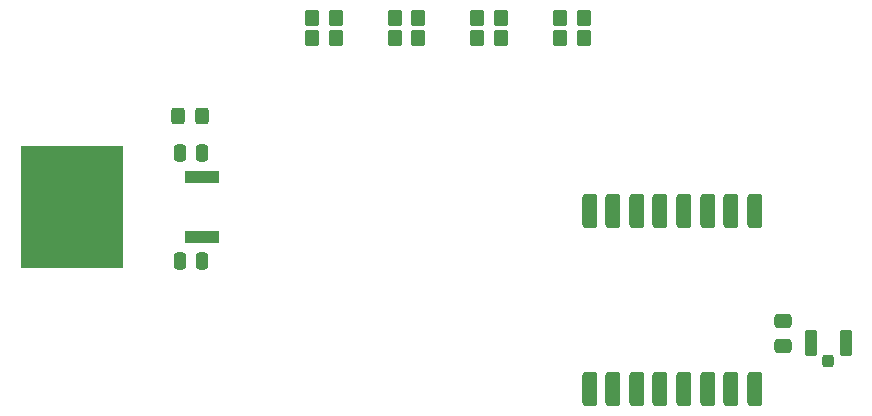
<source format=gbr>
%TF.GenerationSoftware,KiCad,Pcbnew,8.0.4*%
%TF.CreationDate,2024-11-10T13:12:41-08:00*%
%TF.ProjectId,v0.5,76302e35-2e6b-4696-9361-645f70636258,rev?*%
%TF.SameCoordinates,Original*%
%TF.FileFunction,Paste,Bot*%
%TF.FilePolarity,Positive*%
%FSLAX46Y46*%
G04 Gerber Fmt 4.6, Leading zero omitted, Abs format (unit mm)*
G04 Created by KiCad (PCBNEW 8.0.4) date 2024-11-10 13:12:41*
%MOMM*%
%LPD*%
G01*
G04 APERTURE LIST*
G04 Aperture macros list*
%AMRoundRect*
0 Rectangle with rounded corners*
0 $1 Rounding radius*
0 $2 $3 $4 $5 $6 $7 $8 $9 X,Y pos of 4 corners*
0 Add a 4 corners polygon primitive as box body*
4,1,4,$2,$3,$4,$5,$6,$7,$8,$9,$2,$3,0*
0 Add four circle primitives for the rounded corners*
1,1,$1+$1,$2,$3*
1,1,$1+$1,$4,$5*
1,1,$1+$1,$6,$7*
1,1,$1+$1,$8,$9*
0 Add four rect primitives between the rounded corners*
20,1,$1+$1,$2,$3,$4,$5,0*
20,1,$1+$1,$4,$5,$6,$7,0*
20,1,$1+$1,$6,$7,$8,$9,0*
20,1,$1+$1,$8,$9,$2,$3,0*%
G04 Aperture macros list end*
%ADD10RoundRect,0.250000X0.250000X0.475000X-0.250000X0.475000X-0.250000X-0.475000X0.250000X-0.475000X0*%
%ADD11RoundRect,0.250000X0.325000X0.450000X-0.325000X0.450000X-0.325000X-0.450000X0.325000X-0.450000X0*%
%ADD12R,2.997200X0.990600*%
%ADD13R,8.712200X10.337800*%
%ADD14RoundRect,0.250000X0.475000X-0.337500X0.475000X0.337500X-0.475000X0.337500X-0.475000X-0.337500X0*%
%ADD15RoundRect,0.250000X0.350000X0.450000X-0.350000X0.450000X-0.350000X-0.450000X0.350000X-0.450000X0*%
%ADD16RoundRect,0.250000X-0.350000X-0.450000X0.350000X-0.450000X0.350000X0.450000X-0.350000X0.450000X0*%
%ADD17RoundRect,0.317500X-0.317500X1.157500X-0.317500X-1.157500X0.317500X-1.157500X0.317500X1.157500X0*%
%ADD18RoundRect,0.250000X0.250000X-0.275000X0.250000X0.275000X-0.250000X0.275000X-0.250000X-0.275000X0*%
%ADD19RoundRect,0.250000X0.275000X-0.850000X0.275000X0.850000X-0.275000X0.850000X-0.275000X-0.850000X0*%
G04 APERTURE END LIST*
D10*
%TO.C,C4*%
X101700000Y-98000000D03*
X99800000Y-98000000D03*
%TD*%
D11*
%TO.C,F1*%
X101725000Y-85700000D03*
X99675000Y-85700000D03*
%TD*%
D12*
%TO.C,U2*%
X101710900Y-90860000D03*
X101710900Y-95940000D03*
D13*
X90700000Y-93400000D03*
%TD*%
D14*
%TO.C,C10*%
X150900000Y-105137500D03*
X150900000Y-103062500D03*
%TD*%
D15*
%TO.C,R11*%
X120000000Y-79117500D03*
X118000000Y-79117500D03*
%TD*%
%TO.C,R18*%
X134000000Y-79117500D03*
X132000000Y-79117500D03*
%TD*%
D16*
%TO.C,R13*%
X118000000Y-77367500D03*
X120000000Y-77367500D03*
%TD*%
D10*
%TO.C,C5*%
X101700000Y-88800000D03*
X99800000Y-88800000D03*
%TD*%
D15*
%TO.C,R10*%
X113000000Y-79117500D03*
X111000000Y-79117500D03*
%TD*%
%TO.C,R17*%
X127000000Y-79117500D03*
X125000000Y-79117500D03*
%TD*%
D16*
%TO.C,R12*%
X111000000Y-77367500D03*
X113000000Y-77367500D03*
%TD*%
%TO.C,R20*%
X132000000Y-77367500D03*
X134000000Y-77367500D03*
%TD*%
D17*
%TO.C,U8*%
X134500000Y-93725000D03*
X136500000Y-93725000D03*
X138500000Y-93725000D03*
X140500000Y-93725000D03*
X142500000Y-93725000D03*
X144500000Y-93725000D03*
X146500000Y-93725000D03*
X148500000Y-93725000D03*
X148500000Y-108775000D03*
X146500000Y-108775000D03*
X144500000Y-108775000D03*
X142500000Y-108775000D03*
X140500000Y-108775000D03*
X138500000Y-108775000D03*
X136500000Y-108775000D03*
X134500000Y-108775000D03*
%TD*%
D18*
%TO.C,J6*%
X154700000Y-106450000D03*
D19*
X153225000Y-104925000D03*
X156175000Y-104925000D03*
%TD*%
D16*
%TO.C,R19*%
X125000000Y-77367500D03*
X127000000Y-77367500D03*
%TD*%
M02*

</source>
